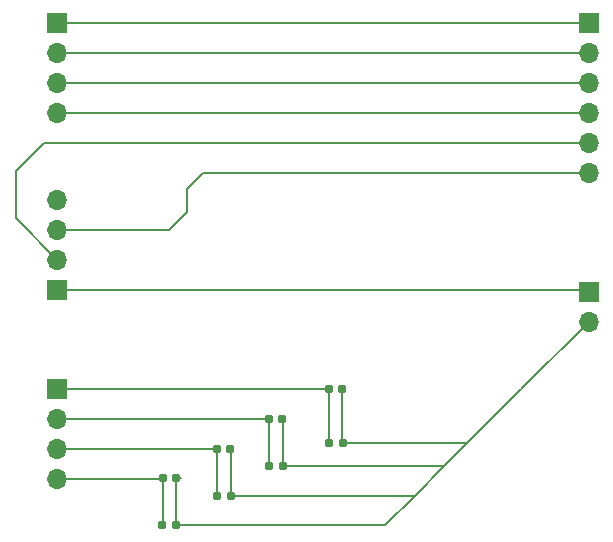
<source format=gbr>
%TF.GenerationSoftware,KiCad,Pcbnew,8.0.8*%
%TF.CreationDate,2025-02-10T02:06:15-08:00*%
%TF.ProjectId,514_FinalProject,3531345f-4669-46e6-916c-50726f6a6563,rev?*%
%TF.SameCoordinates,Original*%
%TF.FileFunction,Copper,L1,Top*%
%TF.FilePolarity,Positive*%
%FSLAX46Y46*%
G04 Gerber Fmt 4.6, Leading zero omitted, Abs format (unit mm)*
G04 Created by KiCad (PCBNEW 8.0.8) date 2025-02-10 02:06:15*
%MOMM*%
%LPD*%
G01*
G04 APERTURE LIST*
G04 Aperture macros list*
%AMRoundRect*
0 Rectangle with rounded corners*
0 $1 Rounding radius*
0 $2 $3 $4 $5 $6 $7 $8 $9 X,Y pos of 4 corners*
0 Add a 4 corners polygon primitive as box body*
4,1,4,$2,$3,$4,$5,$6,$7,$8,$9,$2,$3,0*
0 Add four circle primitives for the rounded corners*
1,1,$1+$1,$2,$3*
1,1,$1+$1,$4,$5*
1,1,$1+$1,$6,$7*
1,1,$1+$1,$8,$9*
0 Add four rect primitives between the rounded corners*
20,1,$1+$1,$2,$3,$4,$5,0*
20,1,$1+$1,$4,$5,$6,$7,0*
20,1,$1+$1,$6,$7,$8,$9,0*
20,1,$1+$1,$8,$9,$2,$3,0*%
G04 Aperture macros list end*
%TA.AperFunction,SMDPad,CuDef*%
%ADD10RoundRect,0.155000X0.212500X0.155000X-0.212500X0.155000X-0.212500X-0.155000X0.212500X-0.155000X0*%
%TD*%
%TA.AperFunction,ComponentPad*%
%ADD11R,1.700000X1.700000*%
%TD*%
%TA.AperFunction,ComponentPad*%
%ADD12O,1.700000X1.700000*%
%TD*%
%TA.AperFunction,SMDPad,CuDef*%
%ADD13RoundRect,0.160000X-0.197500X-0.160000X0.197500X-0.160000X0.197500X0.160000X-0.197500X0.160000X0*%
%TD*%
%TA.AperFunction,Conductor*%
%ADD14C,0.200000*%
%TD*%
G04 APERTURE END LIST*
D10*
%TO.P,C4,1*%
%TO.N,GND*%
X126135000Y-83000000D03*
%TO.P,C4,2*%
%TO.N,Net-(J2-Pin_1)*%
X125000000Y-83000000D03*
%TD*%
%TO.P,C1,1*%
%TO.N,GND*%
X112067500Y-90500000D03*
%TO.P,C1,2*%
%TO.N,Net-(J2-Pin_4)*%
X110932500Y-90500000D03*
%TD*%
D11*
%TO.P,J4,1,Pin_1*%
%TO.N,Net-(J1-Pin_1)*%
X147000000Y-51960000D03*
D12*
%TO.P,J4,2,Pin_2*%
%TO.N,Net-(J1-Pin_2)*%
X147000000Y-54500000D03*
%TO.P,J4,3,Pin_3*%
%TO.N,Net-(J1-Pin_3)*%
X147000000Y-57040000D03*
%TO.P,J4,4,Pin_4*%
%TO.N,Net-(J1-Pin_4)*%
X147000000Y-59580000D03*
%TO.P,J4,5,Pin_5*%
%TO.N,Net-(J3-Pin_2)*%
X147000000Y-62120000D03*
%TO.P,J4,6,Pin_6*%
%TO.N,Net-(J3-Pin_3)*%
X147000000Y-64660000D03*
%TD*%
D10*
%TO.P,C3,1*%
%TO.N,GND*%
X121067500Y-85500000D03*
%TO.P,C3,2*%
%TO.N,Net-(J2-Pin_2)*%
X119932500Y-85500000D03*
%TD*%
D13*
%TO.P,R1,1*%
%TO.N,Net-(J2-Pin_4)*%
X110902500Y-94500000D03*
%TO.P,R1,2*%
%TO.N,GND*%
X112097500Y-94500000D03*
%TD*%
%TO.P,R3,1*%
%TO.N,Net-(J2-Pin_2)*%
X119902500Y-89500000D03*
%TO.P,R3,2*%
%TO.N,GND*%
X121097500Y-89500000D03*
%TD*%
%TO.P,R2,1*%
%TO.N,Net-(J2-Pin_3)*%
X115567500Y-92000000D03*
%TO.P,R2,2*%
%TO.N,GND*%
X116762500Y-92000000D03*
%TD*%
D11*
%TO.P,J3,1,Pin_1*%
%TO.N,+3V3*%
X102000000Y-74540000D03*
D12*
%TO.P,J3,2,Pin_2*%
%TO.N,Net-(J3-Pin_2)*%
X102000000Y-72000000D03*
%TO.P,J3,3,Pin_3*%
%TO.N,Net-(J3-Pin_3)*%
X102000000Y-69460000D03*
%TO.P,J3,4,Pin_4*%
%TO.N,GND*%
X102000000Y-66920000D03*
%TD*%
D11*
%TO.P,J5,1,Pin_1*%
%TO.N,+3V3*%
X147000000Y-74725000D03*
D12*
%TO.P,J5,2,Pin_2*%
%TO.N,GND*%
X147000000Y-77265000D03*
%TD*%
D13*
%TO.P,R4,1*%
%TO.N,Net-(J2-Pin_1)*%
X125000000Y-87500000D03*
%TO.P,R4,2*%
%TO.N,GND*%
X126195000Y-87500000D03*
%TD*%
D11*
%TO.P,J1,1,Pin_1*%
%TO.N,Net-(J1-Pin_1)*%
X102000000Y-51960000D03*
D12*
%TO.P,J1,2,Pin_2*%
%TO.N,Net-(J1-Pin_2)*%
X102000000Y-54500000D03*
%TO.P,J1,3,Pin_3*%
%TO.N,Net-(J1-Pin_3)*%
X102000000Y-57040000D03*
%TO.P,J1,4,Pin_4*%
%TO.N,Net-(J1-Pin_4)*%
X102000000Y-59580000D03*
%TD*%
D10*
%TO.P,C2,1*%
%TO.N,GND*%
X116635000Y-88000000D03*
%TO.P,C2,2*%
%TO.N,Net-(J2-Pin_3)*%
X115500000Y-88000000D03*
%TD*%
D11*
%TO.P,J2,1,Pin_1*%
%TO.N,Net-(J2-Pin_1)*%
X102000000Y-82960000D03*
D12*
%TO.P,J2,2,Pin_2*%
%TO.N,Net-(J2-Pin_2)*%
X102000000Y-85500000D03*
%TO.P,J2,3,Pin_3*%
%TO.N,Net-(J2-Pin_3)*%
X102000000Y-88040000D03*
%TO.P,J2,4,Pin_4*%
%TO.N,Net-(J2-Pin_4)*%
X102000000Y-90580000D03*
%TD*%
D14*
%TO.N,Net-(J2-Pin_4)*%
X110932500Y-90500000D02*
X110932500Y-94470000D01*
X110932500Y-94470000D02*
X110902500Y-94500000D01*
X110852500Y-90580000D02*
X110932500Y-90500000D01*
X102000000Y-90580000D02*
X110852500Y-90580000D01*
%TO.N,GND*%
X116762500Y-92000000D02*
X132265000Y-92000000D01*
X121097500Y-89500000D02*
X134765000Y-89500000D01*
X112097500Y-90530000D02*
X112067500Y-90500000D01*
X116762500Y-92000000D02*
X116762500Y-88127500D01*
X132265000Y-92000000D02*
X134765000Y-89500000D01*
X112097500Y-94500000D02*
X112097500Y-90530000D01*
X126195000Y-87500000D02*
X136500000Y-87500000D01*
X112097500Y-90530000D02*
X112530000Y-90530000D01*
X116762500Y-88127500D02*
X116635000Y-88000000D01*
X121097500Y-89500000D02*
X121097500Y-85530000D01*
X126135000Y-87440000D02*
X126195000Y-87500000D01*
X121097500Y-85530000D02*
X121067500Y-85500000D01*
X126135000Y-83000000D02*
X126135000Y-87440000D01*
X136500000Y-87500000D02*
X136632500Y-87632500D01*
X129765000Y-94500000D02*
X132265000Y-92000000D01*
X134765000Y-89500000D02*
X136632500Y-87632500D01*
X141265000Y-83000000D02*
X147000000Y-77265000D01*
X136632500Y-87632500D02*
X141265000Y-83000000D01*
X112097500Y-94500000D02*
X129765000Y-94500000D01*
X121097500Y-85530000D02*
X121097500Y-85597500D01*
%TO.N,Net-(J2-Pin_3)*%
X115500000Y-88000000D02*
X115500000Y-91932500D01*
X115460000Y-88040000D02*
X115500000Y-88000000D01*
X102000000Y-88040000D02*
X115460000Y-88040000D01*
X115500000Y-91932500D02*
X115567500Y-92000000D01*
%TO.N,Net-(J2-Pin_2)*%
X119902500Y-85962500D02*
X119902500Y-89500000D01*
X119932500Y-85932500D02*
X119902500Y-85962500D01*
X119932500Y-85500000D02*
X119932500Y-85932500D01*
X102000000Y-85500000D02*
X119932500Y-85500000D01*
%TO.N,Net-(J2-Pin_1)*%
X124960000Y-82960000D02*
X125000000Y-83000000D01*
X125000000Y-83000000D02*
X125000000Y-87500000D01*
X102000000Y-82960000D02*
X124960000Y-82960000D01*
%TO.N,Net-(J1-Pin_3)*%
X102000000Y-57040000D02*
X147000000Y-57040000D01*
%TO.N,Net-(J1-Pin_4)*%
X102000000Y-59580000D02*
X147000000Y-59580000D01*
%TO.N,Net-(J1-Pin_1)*%
X102000000Y-51960000D02*
X147000000Y-51960000D01*
%TO.N,Net-(J1-Pin_2)*%
X147000000Y-54500000D02*
X102000000Y-54500000D01*
%TO.N,Net-(J3-Pin_3)*%
X111500000Y-69500000D02*
X110500000Y-69500000D01*
X113000000Y-68000000D02*
X111500000Y-69500000D01*
X147000000Y-64660000D02*
X114340000Y-64660000D01*
X110460000Y-69460000D02*
X102000000Y-69460000D01*
X110500000Y-69500000D02*
X110460000Y-69460000D01*
X113000000Y-66000000D02*
X113000000Y-68000000D01*
X114340000Y-64660000D02*
X113000000Y-66000000D01*
%TO.N,Net-(J3-Pin_2)*%
X98500000Y-64500000D02*
X100880000Y-62120000D01*
X100880000Y-62120000D02*
X147000000Y-62120000D01*
X102000000Y-72000000D02*
X98500000Y-68500000D01*
X98500000Y-68500000D02*
X98500000Y-64500000D01*
%TO.N,+3V3*%
X146815000Y-74540000D02*
X147000000Y-74725000D01*
X102000000Y-74540000D02*
X146815000Y-74540000D01*
%TD*%
M02*

</source>
